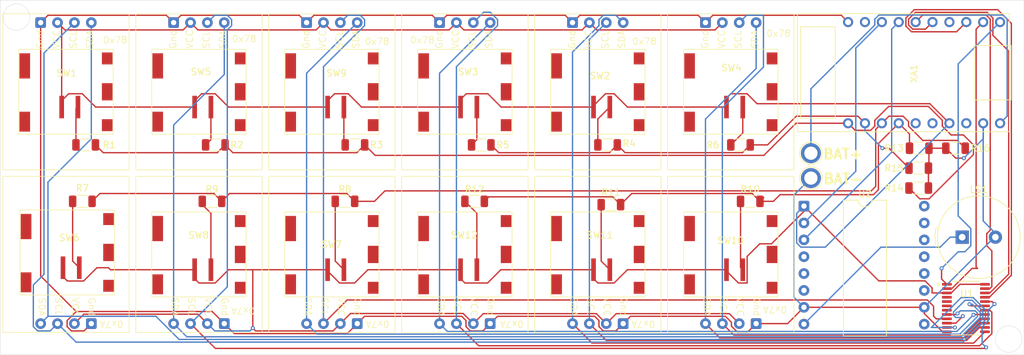
<source format=kicad_pcb>
(kicad_pcb (version 20241229) (generator "pcbnew") (generator_version "9.0")
  (layers (0 "F.Cu" signal) (2 "B.Cu" signal) (13 "F.Paste" user) (15 "B.Paste" user) (5 "F.SilkS" user "F.Silkscreen") (7 "B.SilkS" user "B.Silkscreen") (1 "F.Mask" user) (3 "B.Mask" user) (25 "Edge.Cuts" user))
  (net 0 "")
  (net 1 "Net-(D1-SDA)")
  (net 2 "Net-(D1-SCL)")
  (net 3 "Net-(D11-SCL)")
  (net 4 "Net-(D11-SDA)")
  (net 5 "Net-(D10-SDA)")
  (net 6 "Net-(D10-SCL)")
  (net 7 "Net-(D4-SCL)")
  (net 8 "Net-(D4-SDA)")
  (net 9 "Net-(D5-SCL)")
  (net 10 "Net-(D5-SDA)")
  (net 11 "Net-(D6-SDA)")
  (net 12 "Net-(D6-SCL)")
  (net 13 "Net-(U2-SPK_2)")
  (net 14 "Net-(XA1-25)")
  (net 15 "Net-(R1-Pad1)")
  (net 16 "Net-(R2-Pad1)")
  (net 17 "Net-(R3-Pad1)")
  (net 18 "Net-(R4-Pad1)")
  (net 19 "Net-(XA1-26)")
  (net 20 "Net-(R5-Pad1)")
  (net 21 "Net-(R6-Pad1)")
  (net 22 "Net-(R7-Pad1)")
  (net 23 "Net-(XA1-27)")
  (net 24 "Net-(R8-Pad1)")
  (net 25 "Net-(R9-Pad1)")
  (net 26 "Net-(XA1-15)")
  (net 27 "Net-(R10-Pad1)")
  (net 28 "Net-(R11-Pad1)")
  (net 29 "Net-(R12-Pad1)")
  (net 30 "+3V3")
  (net 31 "Net-(U1-SCL)")
  (net 32 "Net-(U1-A1)")
  (net 34 "Net-(U1-A0)")
  (net 36 "Net-(U1-SDA)")
  (net 37 "Net-(U1-A2)")
  (net 42 "Net-(U2-TX)")
  (net 48 "Net-(U2-RX)")
  (net 57 "-BATT")
  (net 58 "+BATT")
  (footprint "Package_DIP:Display_0.66in_0x78" (layer "F.Cu") (at 175.39 87.08)
    (property "Reference" "D8" (hide yes))
    (property "Value" "~")
  )
  (footprint "Button_Switch_SMD:Cherry ULP SMD" (layer "F.Cu") (at 159.2 122)
    (property "Reference" "SW12")
    (property "Value" "SW_Push")
  )
  (footprint "Resistor_SMD:R_1206_3216Metric" (layer "F.Cu") (at 202.125 114)
    (property "Reference" "R10")
    (property "Value" "1000 ohm")
  )
  (footprint "Resistor_SMD:R_1206_3216Metric" (layer "F.Cu") (at 180.6625 105.5)
    (property "Reference" "R4")
    (property "Value" "1000 ohm")
  )
  (footprint "TestPoint:TestPoint_Plated_Hole_D2.0mm" (layer "F.Cu") (at 211.25 110.5)
    (property "Reference" "REF**" (hide yes))
    (property "Value" "TestPoint_Plated_Hole_D2.0mm")
  )
  (footprint "Button_Switch_SMD:Cherry ULP SMD" (layer "F.Cu") (at 159.2 97.5)
    (property "Reference" "SW3")
    (property "Value" "SW_Push")
  )
  (footprint "Button_Switch_SMD:Cherry ULP SMD" (layer "F.Cu") (at 99.2 97.5)
    (property "Reference" "SW1")
    (property "Value" "SW_Push")
  )
  (footprint "Button_Switch_SMD:Cherry ULP SMD" (layer "F.Cu") (at 139.2 97.5)
    (property "Reference" "SW9")
    (property "Value" "SW_Push")
  )
  (footprint "Package_DIP:DIP-16_W18.1mm" (layer "F.Cu") (at 210.2 114.72)
    (property "Reference" "U2")
    (property "Value" "DFPLAYER_MINI")
  )
  (footprint "Package_SO:TSSOP-24_4.4x7.8mm_P0.65mm" (layer "F.Cu") (at 234.5625 130.075)
    (property "Reference" "U1")
    (property "Value" "TCA9548APWR")
  )
  (footprint "Resistor_SMD:R_1206_3216Metric" (layer "F.Cu") (at 200.6625 105.5)
    (property "Reference" "R6")
    (property "Value" "10000 ohm")
  )
  (footprint "Resistor_SMD:R_1206_3216Metric" (layer "F.Cu") (at 141.1625 114)
    (property "Reference" "R8")
    (property "Value" "4700 ohm")
  )
  (footprint "Button_Switch_SMD:Cherry ULP SMD" (layer "F.Cu") (at 179.2 97.5)
    (property "Reference" "SW2")
    (property "Value" "SW_Push")
  )
  (footprint "Resistor_SMD:R_1206_3216Metric" (layer "F.Cu") (at 160.6625 114)
    (property "Reference" "R12")
    (property "Value" "10000 ohm")
  )
  (footprint "Package_DIP:Display_0.66in_0x7A" (layer "F.Cu") (at 203.01 132.42 180)
    (property "Reference" "D7" (hide yes))
    (property "Value" "~")
  )
  (footprint "Resistor_SMD:R_1206_3216Metric" (layer "F.Cu") (at 227.4625 109 180)
    (property "Reference" "R15")
    (property "Value" "10000 ohm")
  )
  (footprint "TestPoint:TestPoint_Plated_Hole_D2.0mm" (layer "F.Cu") (at 211.25 106.75)
    (property "Reference" "REF**" (hide yes))
    (property "Value" "TestPoint_Plated_Hole_D2.0mm")
  )
  (footprint "Resistor_SMD:R_1206_3216Metric" (layer "F.Cu") (at 121.1625 114)
    (property "Reference" "R9")
    (property "Value" "10000 ohm")
  )
  (footprint "Package_DIP:Display_0.66in_0x78" (layer "F.Cu") (at 155.39 87.08)
    (property "Reference" "D4" (hide yes))
    (property "Value" "~")
  )
  (footprint "Resistor_SMD:R_1206_3216Metric" (layer "F.Cu") (at 142.6625 105.5)
    (property "Reference" "R3")
    (property "Value" "10000 ohm")
  )
  (footprint "Resistor_SMD:R_1206_3216Metric" (layer "F.Cu") (at 227.5375 106 180)
    (property "Reference" "R13")
    (property "Value" "10000 ohm")
  )
  (footprint "Button_Switch_SMD:Cherry ULP SMD" (layer "F.Cu") (at 119.2 122)
    (property "Reference" "SW8")
    (property "Value" "SW_Push")
  )
  (footprint "Button_Switch_SMD:Cherry ULP SMD" (layer "F.Cu") (at 119.2 97.5)
    (property "Reference" "SW5")
    (property "Value" "SW_Push")
  )
  (footprint "Package_DIP:Display_0.66in_0x78" (layer "F.Cu") (at 115.39 87.08)
    (property "Reference" "D2" (hide yes))
    (property "Value" "~")
  )
  (footprint "Button_Switch_SMD:Cherry ULP SMD" (layer "F.Cu") (at 199.2 122)
    (property "Reference" "SW10")
    (property "Value" "SW_Push")
  )
  (footprint "Package_DIP:Display_0.66in_0x7A" (layer "F.Cu") (at 103.01 132.42 180)
    (property "Reference" "D3" (hide yes))
    (property "Value" "~")
  )
  (footprint "Package_DIP:Display_0.66in_0x78" (layer "F.Cu") (at 135.39 87.08)
    (property "Reference" "D12" (hide yes))
    (property "Value" "~")
  )
  (footprint "Resistor_SMD:R_1206_3216Metric" (layer "F.Cu") (at 102.1625 105.5)
    (property "Reference" "R1")
    (property "Value" "1000 ohm")
  )
  (footprint "Package_DIP:Display_0.66in_0x78" (layer "F.Cu") (at 195.39 87.08)
    (property "Reference" "D6" (hide yes))
    (property "Value" "~")
  )
  (footprint "Package_DIP:Display_0.66in_0x7A" (layer "F.Cu") (at 183.01 132.42 180)
    (property "Reference" "D5" (hide yes))
    (property "Value" "~")
  )
  (footprint "Resistor_SMD:R_1206_3216Metric" (layer "F.Cu") (at 101.6625 114)
    (property "Reference" "R7")
    (property "Value" "1000 ohm")
  )
  (footprint "Button_Switch_SMD:Cherry ULP SMD" (layer "F.Cu") (at 99.4 121.7)
    (property "Reference" "SW6")
    (property "Value" "SW_Push")
  )
  (footprint "RF_Module:TINYPICO" (layer "F.Cu") (at 239.954 102.494 90)
    (property "Reference" "XA1")
    (property "Value" "TINYPICO")
  )
  (footprint "Resistor_SMD:R_1206_3216Metric" (layer "F.Cu") (at 161.6625 105.5)
    (property "Reference" "R5")
    (property "Value" "4700 ohm")
  )
  (footprint "Button_Switch_SMD:Cherry ULP SMD" (layer "F.Cu") (at 139.2 122)
    (property "Reference" "SW7")
    (property "Value" "SW_Push")
  )
  (footprint "Button_Switch_SMD:Cherry ULP SMD" (layer "F.Cu") (at 179.2 122)
    (property "Reference" "SW11")
    (property "Value" "SW_Push")
  )
  (footprint "Package_DIP:Display_0.66in_0x7A" (layer "F.Cu") (at 163.01 132.42 180)
    (property "Reference" "D9" (hide yes))
    (property "Value" "~")
  )
  (footprint "Buzzer_Beeper:Buzzer_TDK_PS1240P02BT_D12.2mm_H6.5mm" (layer "F.Cu") (at 234 119.4)
    (property "Reference" "LS1")
    (property "Value" "Speaker")
  )
  (footprint "Button_Switch_SMD:Cherry ULP SMD" (layer "F.Cu") (at 199.2 97.5)
    (property "Reference" "SW4")
    (property "Value" "SW_Push")
  )
  (footprint "Package_DIP:Display_0.66in_0x7A" (layer "F.Cu") (at 123.01 132.42 180)
    (property "Reference" "D11" (hide yes))
    (property "Value" "~")
  )
  (footprint "Resistor_SMD:R_1206_3216Metric" (layer "F.Cu") (at 233 106 180)
    (property "Reference" "R16")
    (property "Value" "10000 ohm")
  )
  (footprint "Package_DIP:Display_0.66in_0x78" (layer "F.Cu") (at 95.39 87.08)
    (property "Reference" "D10" (hide yes))
    (property "Value" "~")
  )
  (footprint "Resistor_SMD:R_1206_3216Metric" (layer "F.Cu") (at 121.6625 105.5)
    (property "Reference" "R2")
    (property "Value" "4700 ohm")
  )
  (footprint "Package_DIP:Display_0.66in_0x7A" (layer "F.Cu") (at 143.01 132.42 180)
    (property "Reference" "D1" (hide yes))
    (property "Value" "~")
  )
  (footprint "Resistor_SMD:R_1206_3216Metric" (layer "F.Cu") (at 181.1625 114.5)
    (property "Reference" "R11")
    (property "Value" "4700 ohm")
  )
  (footprint "Resistor_SMD:R_1206_3216Metric" (layer "F.Cu") (at 227.4625 112 180)
    (property "Reference" "R14")
    (property "Value" "10000 ohm")
  )
  (gr_circle (center 91.75 86.25) (end 93.75 86.25) (stroke (width 0.05)) (fill no) (layer "Edge.Cuts"))
  (gr_rect (start 89.3 83.7) (end 243.3 137.1) (stroke (width 0.05)) (fill no) (layer "Edge.Cuts"))
  (gr_circle (center 241 134.75) (end 243 134.75) (stroke (width 0.05)) (fill no) (layer "Edge.Cuts"))
  (gr_text "BAT-\n" (at 213 111.5 0) (layer "F.SilkS") (effects (font (size 1.5 1.5) (thickness 0.3) (bold yes)) (justify left bottom)))
  (gr_text "BAT+" (at 212.95 107.75 0) (layer "F.SilkS") (effects (font (size 1.5 1.5) (thickness 0.3) (bold yes)) (justify left bottom)))
  (segment (start 231.7 131.05) (end 233.15 131.05) (width 0.2) (layer "F.Cu") (net 1))
  (segment (start 233.15 131.05) (end 233.3 130.9) (width 0.2) (layer "F.Cu") (net 1))
  (via (at 233.3 130.9) (size 0.6) (drill 0.3) (layers "F.Cu" "B.Cu") (net 1))
  (segment (start 233.701 130.499) (end 235.948943 130.499) (width 0.2) (layer "B.Cu") (net 1))
  (segment (start 135.39 94.7) (end 143.01 87.08) (width 0.2) (layer "B.Cu") (net 1))
  (segment (start 136.972 134.002) (end 135.39 132.42) (width 0.2) (layer "B.Cu") (net 1))
  (segment (start 233.3 130.9) (end 233.701 130.499) (width 0.2) (layer "B.Cu") (net 1))
  (segment (start 236.301 130.851057) (end 236.301 131.348943) (width 0.2) (layer "B.Cu") (net 1))
  (segment (start 233.647943 134.002) (end 136.972 134.002) (width 0.2) (layer "B.Cu") (net 1))
  (segment (start 235.948943 130.499) (end 236.301 130.851057) (width 0.2) (layer "B.Cu") (net 1))
  (segment (start 135.39 132.42) (end 135.39 94.7) (width 0.2) (layer "B.Cu") (net 1))
  (segment (start 236.301 131.348943) (end 233.647943 134.002) (width 0.2) (layer "B.Cu") (net 1))
  (segment (start 141.491 128.859) (end 137.93 132.42) (width 0.2) (layer "F.Cu") (net 2))
  (segment (start 229.7 129.80295) (end 228.75605 128.859) (width 0.2) (layer "F.Cu") (net 2))
  (segment (start 230.1 131.7) (end 229.7 131.3) (width 0.2) (layer "F.Cu") (net 2))
  (segment (start 228.75605 128.859) (end 141.491 128.859) (width 0.2) (layer "F.Cu") (net 2))
  (segment (start 229.7 131.3) (end 229.7 129.80295) (width 0.2) (layer "F.Cu") (net 2))
  (segment (start 231.7 131.7) (end 230.1 131.7) (width 0.2) (layer "F.Cu") (net 2))
  (segment (start 144.111 87.53605) (end 144.111 86.62395) (width 0.2) (layer "B.Cu") (net 2))
  (segment (start 137.93 132.42) (end 137.93 93.71705) (width 0.2) (layer "B.Cu") (net 2))
  (segment (start 137.93 93.71705) (end 144.111 87.53605) (width 0.2) (layer "B.Cu") (net 2))
  (segment (start 141.571 85.979) (end 140.47 87.08) (width 0.2) (layer "B.Cu") (net 2))
  (segment (start 143.46605 85.979) (end 141.571 85.979) (width 0.2) (layer "B.Cu") (net 2))
  (segment (start 144.111 86.62395) (end 143.46605 85.979) (width 0.2) (layer "B.Cu") (net 2))
  (segment (start 237.444 136.156) (end 121.666 136.156) (width 0.2) (layer "F.Cu") (net 3))
  (segment (start 237.6 136) (end 237.444 136.156) (width 0.2) (layer "F.Cu") (net 3))
  (segment (start 121.666 136.156) (end 117.93 132.42) (width 0.2) (layer "F.Cu") (net 3))
  (segment (start 238.5 129.1) (end 237.425 129.1) (width 0.2) (layer "F.Cu") (net 3))
  (segment (start 238.8645 129.4645) (end 238.5 129.1) (width 0.2) (layer "F.Cu") (net 3))
  (via (at 237.6 136) (size 0.6) (drill 0.3) (layers "F.Cu" "B.Cu") (net 3))
  (via (at 238.8645 129.4645) (size 0.6) (drill 0.3) (layers "F.Cu" "B.Cu") (net 3))
  (segment (start 123.46605 85.979) (end 121.571 85.979) (width 0.2) (layer "B.Cu") (net 3))
  (segment (start 117.93 132.42) (end 123.46605 126.88395) (width 0.2) (layer "B.Cu") (net 3))
  (segment (start 237 132.918343) (end 237.905 132.013343) (width 0.2) (layer "B.Cu") (net 3))
  (segment (start 237.6 136) (end 237 135.4) (width 0.2) (layer "B.Cu") (net 3))
  (segment (start 123.46605 88.181) (end 124.111 87.53605) (width 0.2) (layer "B.Cu") (net 3))
  (segment (start 124.111 87.53605) (end 124.111 86.62395) (width 0.2) (layer "B.Cu") (net 3))
  (segment (start 237.905 130.424) (end 238.8645 129.4645) (width 0.2) (layer "B.Cu") (net 3))
  (segment (start 124.111 86.62395) (end 123.46605 85.979) (width 0.2) (layer "B.Cu") (net 3))
  (segment (start 237.905 132.013343) (end 237.905 130.424) (width 0.2) (layer "B.Cu") (net 3))
  (segment (start 123.46605 126.88395) (end 123.46605 88.181) (width 0.2) (layer "B.Cu") (net 3))
  (segment (start 121.571 85.979) (end 120.47 87.08) (width 0.2) (layer "B.Cu") (net 3))
  (segment (start 237 135.4) (end 237 132.918343) (width 0.2) (layer "B.Cu") (net 3))
  (segment (start 235.35 129.75) (end 235.1 129.5) (width 0.2) (layer "F.Cu") (net 4))
  (segment (start 237.425 129.75) (end 235.35 129.75) (width 0.2) (layer "F.Cu") (net 4))
  (via (at 235.1 129.5) (size 0.6) (drill 0.3) (layers "F.Cu" "B.Cu") (net 4))
  (segment (start 235.517043 129.5) (end 236.702 130.684957) (width 0.2) (layer "B.Cu") (net 4))
  (segment (start 117.373 134.403) (end 115.39 132.42) (width 0.2) (layer "B.Cu") (net 4))
  (segment (start 235.1 129.5) (end 235.517043 129.5) (width 0.2) (layer "B.Cu") (net 4))
  (segment (start 233.814043 134.403) (end 117.373 134.403) (width 0.2) (layer "B.Cu") (net 4))
  (segment (start 236.702 130.684957) (end 236.702 131.515043) (width 0.2) (layer "B.Cu") (net 4))
  (segment (start 236.702 131.515043) (end 233.814043 134.403) (width 0.2) (layer "B.Cu") (net 4))
  (segment (start 123.01 94.885083) (end 123.01 87.08) (width 0.2) (layer "B.Cu") (net 4))
  (segment (start 115.39 132.42) (end 115.39 102.505083) (width 0.2) (layer "B.Cu") (net 4))
  (segment (start 115.39 102.505083) (end 123.01 94.885083) (width 0.2) (layer "B.Cu") (net 4))
  (segment (start 233.05 132.35) (end 234.1 131.3) (width 0.2) (layer "F.Cu") (net 5))
  (segment (start 231.7 132.35) (end 233.05 132.35) (width 0.2) (layer "F.Cu") (net 5))
  (via (at 234.1 131.3) (size 0.6) (drill 0.3) (layers "F.Cu" "B.Cu") (net 5))
  (segment (start 116.21695 134.804) (end 112.73195 131.319) (width 0.2) (layer "B.Cu") (net 5))
  (segment (start 232.699 130.651057) (end 234.451057 128.899) (width 0.2) (layer "B.Cu") (net 5))
  (segment (start 234.451057 128.899) (end 235.483143 128.899) (width 0.2) (layer "B.Cu") (net 5))
  (segment (start 237.103 130.518857) (end 237.103 131.681143) (width 0.2) (layer "B.Cu") (net 5))
  (segment (start 233.051057 131.501) (end 232.699 131.148943) (width 0.2) (layer "B.Cu") (net 5))
  (segment (start 96.491 111.1) (end 103.01 104.581) (width 0.2) (layer "B.Cu") (net 5))
  (segment (start 235.483143 128.899) (end 237.103 130.518857) (width 0.2) (layer "B.Cu") (net 5))
  (segment (start 237.103 131.681143) (end 233.980143 134.804) (width 0.2) (layer "B.Cu") (net 5))
  (segment (start 233.980143 134.804) (end 116.21695 134.804) (width 0.2) (layer "B.Cu") (net 5))
  (segment (start 234.1 131.3) (end 233.899 131.501) (width 0.2) (layer "B.Cu") (net 5))
  (segment (start 103.01 104.581) (end 103.01 87.08) (width 0.2) (layer "B.Cu") (net 5))
  (segment (start 95.39 132.42) (end 96.491 131.319) (width 0.2) (layer "B.Cu") (net 5))
  (segment (start 112.73195 131.319) (end 96.491 131.319) (width 0.2) (layer "B.Cu") (net 5))
  (segment (start 232.699 131.148943) (end 232.699 130.651057) (width 0.2) (layer "B.Cu") (net 5))
  (segment (start 233.899 131.501) (end 233.051057 131.501) (width 0.2) (layer "B.Cu") (net 5))
  (segment (start 96.491 131.319) (end 96.491 111.1) (width 0.2) (layer "B.Cu") (net 5))
  (segment (start 231.7 133) (end 232.9 133) (width 0.2) (layer "F.Cu") (net 6))
  (via (at 232.9 133) (size 0.6) (drill 0.3) (layers "F.Cu" "B.Cu") (net 6))
  (segment (start 97.93 132.42) (end 96.829 133.521) (width 0.2) (layer "B.Cu") (net 6))
  (segment (start 94.93395 133.521) (end 94.289 132.87605) (width 0.2) (layer "B.Cu") (net 6))
  (segment (start 237.504 131.847243) (end 234.146243 135.205) (width 0.2) (layer "B.Cu") (net 6))
  (segment (start 95.89 91.66) (end 100.47 87.08) (width 0.2) (layer "B.Cu") (net 6))
  (segment (start 94.289 126.601) (end 95.89 125) (width 0.2) (layer "B.Cu") (net 6))
  (segment (start 232.9 133) (end 229.35705 133) (width 0.2) (layer "B.Cu") (net 6))
  (segment (start 95.89 125) (end 95.89 91.66) (width 0.2) (layer "B.Cu") (net 6))
  (segment (start 100.715 135.205) (end 97.93 132.42) (width 0.2) (layer "B.Cu") (net 6))
  (segment (start 96.829 133.521) (end 94.93395 133.521) (width 0.2) (layer "B.Cu") (net 6))
  (segment (start 233.85905 128.498) (end 235.649243 128.498) (width 0.2) (layer "B.Cu") (net 6))
  (segment (start 234.146243 135.205) (end 100.715 135.205) (width 0.2) (layer "B.Cu") (net 6))
  (segment (start 229.35705 133) (end 233.85905 128.498) (width 0.2) (layer "B.Cu") (net 6))
  (segment (start 94.289 132.87605) (end 94.289 126.601) (width 0.2) (layer "B.Cu") (net 6))
  (segment (start 235.649243 128.498) (end 237.504 130.352757) (width 0.2) (layer "B.Cu") (net 6))
  (segment (start 237.504 130.352757) (end 237.504 131.847243) (width 0.2) (layer "B.Cu") (net 6))
  (segment (start 236.62737 135.755) (end 238.4635 133.91887) (width 0.2) (layer "F.Cu") (net 7))
  (segment (start 238.4635 133.91887) (end 238.4635 130.701001) (width 0.2) (layer "F.Cu") (net 7))
  (segment (start 238.4635 130.701001) (end 238.162499 130.4) (width 0.2) (layer "F.Cu") (net 7))
  (segment (start 157.93 132.42) (end 161.265 135.755) (width 0.2) (layer "F.Cu") (net 7))
  (segment (start 238.162499 130.4) (end 237.425 130.4) (width 0.2) (layer "F.Cu") (net 7))
  (segment (start 161.265 135.755) (end 236.62737 135.755) (width 0.2) (layer "F.Cu") (net 7))
  (segment (start 157.93 93.71705) (end 164.111 87.53605) (width 0.2) (layer "B.Cu") (net 7))
  (segment (start 157.93 132.42) (end 157.93 93.71705) (width 0.2) (layer "B.Cu") (net 7))
  (segment (start 162.03705 85.51295) (end 160.47 87.08) (width 0.2) (layer "B.Cu") (net 7))
  (segment (start 163 85.51295) (end 162.03705 85.51295) (width 0.2) (layer "B.Cu") (net 7))
  (segment (start 164.111 86.62395) (end 163 85.51295) (width 0.2) (layer "B.Cu") (net 7))
  (segment (start 164.111 87.53605) (end 164.111 86.62395) (width 0.2) (layer "B.Cu") (net 7))
  (segment (start 237.425 131.05) (end 235.75 131.05) (width 0.2) (layer "F.Cu") (net 8))
  (segment (start 235.75 131.05) (end 235.7 131.1) (width 0.2) (layer "F.Cu") (net 8))
  (via (at 235.7 131.1) (size 0.6) (drill 0.3) (layers "F.Cu" "B.Cu") (net 8))
  (segment (start 235.7 131.1) (end 233.199 133.601) (width 0.2) (layer "B.Cu") (net 8))
  (segment (start 155.39 94.7) (end 163.01 87.08) (width 0.2) (layer "B.Cu") (net 8))
  (segment (start 233.199 133.601) (end 156.571 133.601) (width 0.2) (layer "B.Cu") (net 8))
  (segment (start 156.571 133.601) (end 155.39 132.42) (width 0.2) (layer "B.Cu") (net 8))
  (segment (start 155.39 132.42) (end 155.39 94.7) (width 0.2) (layer "B.Cu") (net 8))
  (segment (start 234.651601 134.953) (end 236.604601 133) (width 0.2) (layer "F.Cu") (net 9))
  (segment (start 236.604601 133) (end 237.425 133) (width 0.2) (layer "F.Cu") (net 9))
  (segment (start 180.463 134.953) (end 234.651601 134.953) (width 0.2) (layer "F.Cu") (net 9))
  (segment (start 177.93 132.42) (end 180.463 134.953) (width 0.2) (layer "F.Cu") (net 9))
  (segment (start 177.93 89.62) (end 180.47 87.08) (width 0.2) (layer "B.Cu") (net 9))
  (segment (start 177.93 132.42) (end 177.93 89.62) (width 0.2) (layer "B.Cu") (net 9))
  (segment (start 178.324 135.354) (end 235.721 135.354) (width 0.2) (layer "F.Cu") (net 10))
  (segment (start 235.721 135.354) (end 237.425 133.65) (width 0.2) (layer "F.Cu") (net 10))
  (segment (start 175.39 132.42) (end 178.324 135.354) (width 0.2) (layer "F.Cu") (net 10))
  (segment (start 175.39 132.42) (end 175.39 91.51505) (width 0.2) (layer "B.Cu") (net 10))
  (segment (start 179.369 87.53605) (end 179.369 86.62395) (width 0.2) (layer "B.Cu") (net 10))
  (segment (start 181.909 85.979) (end 183.01 87.08) (width 0.2) (layer "B.Cu") (net 10))
  (segment (start 175.39 91.51505) (end 179.369 87.53605) (width 0.2) (layer "B.Cu") (net 10))
  (segment (start 179.369 86.62395) (end 180.01395 85.979) (width 0.2) (layer "B.Cu") (net 10))
  (segment (start 180.01395 85.979) (end 181.909 85.979) (width 0.2) (layer "B.Cu") (net 10))
  (segment (start 234.485501 134.552) (end 236.687501 132.35) (width 0.2) (layer "F.Cu") (net 11))
  (segment (start 195.39 132.42) (end 197.522 134.552) (width 0.2) (layer "F.Cu") (net 11))
  (segment (start 197.522 134.552) (end 234.485501 134.552) (width 0.2) (layer "F.Cu") (net 11))
  (segment (start 236.687501 132.35) (end 237.425 132.35) (width 0.2) (layer "F.Cu") (net 11))
  (segment (start 195.39 132.42) (end 195.39 101.61) (width 0.2) (layer "B.Cu") (net 11))
  (segment (start 195.39 101.61) (end 203.01 93.99) (width 0.2) (layer "B.Cu") (net 11))
  (segment (start 203.01 93.99) (end 203.01 87.08) (width 0.2) (layer "B.Cu") (net 11))
  (segment (start 234.31663 134.151) (end 236.76763 131.7) (width 0.2) (layer "F.Cu") (net 12))
  (segment (start 199.661 134.151) (end 234.31663 134.151) (width 0.2) (layer "F.Cu") (net 12))
  (segment (start 236.76763 131.7) (end 237.425 131.7) (width 0.2) (layer "F.Cu") (net 12))
  (segment (start 197.93 132.42) (end 199.661 134.151) (width 0.2) (layer "F.Cu") (net 12))
  (segment (start 197.93 99.965083) (end 204.111 93.784083) (width 0.2) (layer "B.Cu") (net 12))
  (segment (start 203.979 85.979) (end 201.571 85.979) (width 0.2) (layer "B.Cu") (net 12))
  (segment (start 197.93 132.42) (end 197.93 99.965083) (width 0.2) (layer "B.Cu") (net 12))
  (segment (start 201.571 85.979) (end 200.47 87.08) (width 0.2) (layer "B.Cu") (net 12))
  (segment (start 204.111 86.111) (end 203.979 85.979) (width 0.2) (layer "B.Cu") (net 12))
  (segment (start 204.111 93.784083) (end 204.111 86.111) (width 0.2) (layer "B.Cu") (net 12))
  (segment (start 230.699 120.901) (end 232.2 119.4) (width 0.2) (layer "B.Cu") (net 13))
  (segment (start 232.2 119.4) (end 233 119.4) (width 0.2) (layer "B.Cu") (net 13))
  (segment (start 210.2 132.5) (end 221.799 120.901) (width 0.2) (layer "B.Cu") (net 13))
  (segment (start 221.799 120.901) (end 230.699 120.901) (width 0.2) (layer "B.Cu") (net 13))
  (segment (start 220.857 102.68031) (end 220.857 101.79969) (width 0.2) (layer "F.Cu") (net 14))
  (segment (start 124.301 106.676) (end 142.949 106.676) (width 0.2) (layer "F.Cu") (net 14))
  (segment (start 220.23431 103.303) (end 220.857 102.68031) (width 0.2) (layer "F.Cu") (net 14))
  (segment (start 235.696 106.95266) (end 229.02966 113.619) (width 0.2) (layer "F.Cu") (net 14))
  (segment (start 145.702 107.077) (end 204.173 107.077) (width 0.2) (layer "F.Cu") (net 14))
  (segment (start 229.02966 113.619) (end 227.619 113.619) (width 0.2) (layer "F.Cu") (net 14))
  (segment (start 104.801 106.676) (end 121.949 106.676) (width 0.2) (layer "F.Cu") (net 14))
  (segment (start 209.01 102.24) (end 216.84 102.24) (width 0.2) (layer "F.Cu") (net 14))
  (segment (start 231.017 101.79969) (end 231.017 102.68031) (width 0.2) (layer "F.Cu") (net 14))
  (segment (start 222.95569 99.701) (end 228.91831 99.701) (width 0.2) (layer "F.Cu") (net 14))
  (segment (start 232.33669 104) (end 234.18616 104) (width 0.2) (layer "F.Cu") (net 14))
  (segment (start 144.125 105.5) (end 145.702 107.077) (width 0.2) (layer "F.Cu") (net 14))
  (segment (start 121.949 106.676) (end 123.125 105.5) (width 0.2) (layer "F.Cu") (net 14))
  (segment (start 103.625 105.5) (end 104.801 106.676) (width 0.2) (layer "F.Cu") (net 14))
  (segment (start 123.125 105.5) (end 124.301 106.676) (width 0.2) (layer "F.Cu") (net 14))
  (segment (start 204.173 107.077) (end 209.01 102.24) (width 0.2) (layer "F.Cu") (net 14))
  (segment (start 217.903 103.303) (end 220.23431 103.303) (width 0.2) (layer "F.Cu") (net 14))
  (segment (start 227.619 113.619) (end 226 112) (width 0.2) (layer "F.Cu") (net 14))
  (segment (start 142.949 106.676) (end 144.125 105.5) (width 0.2) (layer "F.Cu") (net 14))
  (segment (start 235.696 105.50984) (end 235.696 106.95266) (width 0.2) (layer "F.Cu") (net 14))
  (segment (start 220.857 101.79969) (end 222.95569 99.701) (width 0.2) (layer "F.Cu") (net 14))
  (segment (start 231.017 102.68031) (end 232.33669 104) (width 0.2) (layer "F.Cu") (net 14))
  (segment (start 234.18616 104) (end 235.696 105.50984) (width 0.2) (layer "F.Cu") (net 14))
  (segment (start 216.84 102.24) (end 217.903 103.303) (width 0.2) (layer "F.Cu") (net 14))
  (segment (start 228.91831 99.701) (end 231.017 101.79969) (width 0.2) (layer "F.Cu") (net 14))
  (segment (start 100.7 105.5) (end 100.7 100.1) (width 0.2) (layer "F.Cu") (net 15))
  (segment (start 100.7 100.1) (end 101 99.8) (width 0.2) (layer "F.Cu") (net 15))
  (segment (start 121 104.7) (end 120.2 105.5) (width 0.2) (layer "F.Cu") (net 16))
  (segment (start 121 99.8) (end 121 104.7) (width 0.2) (layer "F.Cu") (net 16))
  (segment (start 141 105.3) (end 141.2 105.5) (width 0.2) (layer "F.Cu") (net 17))
  (segment (start 141 99.8) (end 141 105.3) (width 0.2) (layer "F.Cu") (net 17))
  (segment (start 179.2 105.5) (end 179.2 101.6) (width 0.2) (layer "F.Cu") (net 18))
  (segment (start 179.2 101.6) (end 181 99.8) (width 0.2) (layer "F.Cu") (net 18))
  (segment (start 200.949 106.676) (end 202.125 105.5) (width 0.2) (layer "F.Cu") (net 19))
  (segment (start 209.05 101.177) (end 218.317 101.177) (width 0.2) (layer "F.Cu") (net 19))
  (segment (start 223 106) (end 222 106) (width 0.2) (layer "F.Cu") (net 19))
  (segment (start 164.301 106.676) (end 180.949 106.676) (width 0.2) (layer "F.Cu") (net 19))
  (segment (start 226 109) (end 223 106) (width 0.2) (layer "F.Cu") (net 19))
  (segment (start 218.317 101.177) (end 219.38 102.24) (width 0.2) (layer "F.Cu") (net 19))
  (segment (start 204.727 105.5) (end 209.05 101.177) (width 0.2) (layer "F.Cu") (net 19))
  (segment (start 202.125 105.5) (end 204.727 105.5) (width 0.2) (layer "F.Cu") (net 19))
  (segment (start 163.125 105.5) (end 164.301 106.676) (width 0.2) (layer "F.Cu") (net 19))
  (segment (start 183.301 106.676) (end 200.949 106.676) (width 0.2) (layer "F.Cu") (net 19))
  (segment (start 182.125 105.5) (end 183.301 106.676) (width 0.2) (layer "F.Cu") (net 19))
  (segment (start 180.949 106.676) (end 182.125 105.5) (width 0.2) (layer "F.Cu") (net 19))
  (via (at 222 106) (size 0.6) (drill 0.3) (layers "F.Cu" "B.Cu") (net 19))
  (segment (start 219.38 103.38) (end 222 106) (width 0.2) (layer "B.Cu") (net 19))
  (segment (start 219.38 102.24) (end 219.38 103.38) (width 0.2) (layer "B.Cu") (net 19))
  (segment (start 161 104.7) (end 160.2 105.5) (width 0.2) (layer "F.Cu") (net 20))
  (segment (start 161 99.8) (end 161 104.7) (width 0.2) (layer "F.Cu") (net 20))
  (segment (start 201 99.8) (end 201 103.7) (width 0.2) (layer "F.Cu") (net 21))
  (segment (start 201 103.7) (end 199.2 105.5) (width 0.2) (layer "F.Cu") (net 21))
  (segment (start 100.2 114) (end 100.2 123) (width 0.2) (layer "F.Cu") (net 22))
  (segment (start 100.2 123) (end 101.2 124) (width 0.2) (layer "F.Cu") (net 22))
  (segment (start 121.449 112.824) (end 122.625 114) (width 0.2) (layer "F.Cu") (net 23))
  (segment (start 147.177 112.423) (end 220.327 112.423) (width 0.2) (layer "F.Cu") (net 23))
  (segment (start 145.6 114) (end 147.177 112.423) (width 0.2) (layer "F.Cu") (net 23))
  (segment (start 103.125 114) (end 104.301 112.824) (width 0.2) (layer "F.Cu") (net 23))
  (segment (start 220.327 112.423) (end 220.998 111.752) (width 0.2) (layer "F.Cu") (net 23))
  (segment (start 225.937 102.68031) (end 228.08069 104.824) (width 0.2) (layer "F.Cu") (net 23))
  (segment (start 221.92 102.24) (end 222.983 101.177) (width 0.2) (layer "F.Cu") (net 23))
  (segment (start 225.114 101.177) (end 225.937 102) (width 0.2) (layer "F.Cu") (net 23))
  (segment (start 233.2865 104.824) (end 234.4625 106) (width 0.2) (layer "F.Cu") (net 23))
  (segment (start 220.998 111.752) (end 220.998 103.162) (width 0.2) (layer "F.Cu") (net 23))
  (segment (start 122.625 114) (end 123.2 113.425) (width 0.2) (layer "F.Cu") (net 23))
  (segment (start 122.625 114) (end 123.801 112.824) (width 0.2) (layer "F.Cu") (net 23))
  (segment (start 104.301 112.824) (end 121.449 112.824) (width 0.2) (layer "F.Cu") (net 23))
  (segment (start 142.625 114) (end 145.6 114) (width 0.2) (layer "F.Cu") (net 23))
  (segment (start 225.937 102) (end 225.937 102.68031) (width 0.2) (layer "F.Cu") (net 23))
  (segment (start 220.998 103.162) (end 221.92 102.24) (width 0.2) (layer "F.Cu") (net 23))
  (segment (start 123.801 112.824) (end 141.449 112.824) (width 0.2) (layer "F.Cu") (net 23))
  (segment (start 228.08069 104.824) (end 233.2865 104.824) (width 0.2) (layer "F.Cu") (net 23))
  (segment (start 222.983 101.177) (end 225.114 101.177) (width 0.2) (layer "F.Cu") (net 23))
  (segment (start 141.449 112.824) (end 142.625 114) (width 0.2) (layer "F.Cu") (net 23))
  (segment (start 139.7 114) (end 139.7 123) (width 0.2) (layer "F.Cu") (net 24))
  (segment (start 139.7 123) (end 141 124.3) (width 0.2) (layer "F.Cu") (net 24))
  (segment (start 119.7 114) (end 119.7 114.5) (width 0.2) (layer "F.Cu") (net 25))
  (segment (start 121 115.8) (end 121 124.3) (width 0.2) (layer "F.Cu") (net 25))
  (segment (start 119.7 114.5) (end 121 115.8) (width 0.2) (layer "F.Cu") (net 25))
  (segment (start 221.399 105.301) (end 224.46 102.24) (width 0.2) (layer "F.Cu") (net 26))
  (segment (start 182.625 114.5) (end 184.301 112.824) (width 0.2) (layer "F.Cu") (net 26))
  (segment (start 226.075 106) (end 226.075 103.855) (width 0.2) (layer "F.Cu") (net 26))
  (segment (start 206.6 113) (end 220.649 113) (width 0.2) (layer "F.Cu") (net 26))
  (segment (start 205.6 114) (end 206.6 113) (width 0.2) (layer "F.Cu") (net 26))
  (segment (start 203.5875 114) (end 204.15 113.4375) (width 0.2) (layer "F.Cu") (net 26))
  (segment (start 202.4115 112.824) (end 203.5875 114) (width 0.2) (layer "F.Cu") (net 26))
  (segment (start 181.449 113.324) (end 182.625 114.5) (width 0.2) (layer "F.Cu") (net 26))
  (segment (start 162.125 114) (end 162.801 113.324) (width 0.2) (layer "F.Cu") (net 26))
  (segment (start 221.399 112.25) (end 221.399 105.301) (width 0.2) (layer "F.Cu") (net 26))
  (segment (start 220.649 113) (end 221.399 112.25) (width 0.2) (layer "F.Cu") (net 26))
  (segment (start 184.301 112.824) (end 202.4115 112.824) (width 0.2) (layer "F.Cu") (net 26))
  (segment (start 203.5875 114) (end 205.6 114) (width 0.2) (layer "F.Cu") (net 26))
  (segment (start 226.075 103.855) (end 224.46 102.24) (width 0.2) (layer "F.Cu") (net 26))
  (segment (start 162.801 113.324) (end 181.449 113.324) (width 0.2) (layer "F.Cu") (net 26))
  (segment (start 200.6625 114) (end 200.6625 123.9625) (width 0.2) (layer "F.Cu") (net 27))
  (segment (start 200.6625 123.9625) (end 201 124.3) (width 0.2) (layer "F.Cu") (net 27))
  (segment (start 179.7 114.5) (end 179.7 123) (width 0.2) (layer "F.Cu") (net 28))
  (segment (start 179.7 123) (end 181 124.3) (width 0.2) (layer "F.Cu") (net 28))
  (segment (start 161 115.8) (end 159.2 114) (width 0.2) (layer "F.Cu") (net 29))
  (segment (start 161 124.3) (end 161 115.8) (width 0.2) (layer "F.Cu") (net 29))
  (segment (start 127.3 133.1) (end 127.3 124.3) (width 0.2) (layer "F.Cu") (net 30))
  (segment (start 162.614083 126.301) (end 159.201 126.301) (width 0.2) (layer "F.Cu") (net 30))
  (segment (start 105.884917 124.3) (end 105.584917 124) (width 0.2) (layer "F.Cu") (net 30))
  (segment (start 118.55 125.65) (end 118.55 124.3) (width 0.2) (layer "F.Cu") (net 30))
  (segment (start 105.584917 124) (end 103.852 124) (width 0.2) (layer "F.Cu") (net 30))
  (segment (start 159.201 126.301) (end 158.55 125.65) (width 0.2) (layer "F.Cu") (net 30))
  (segment (start 144.615083 124.3) (end 142.614083 126.301) (width 0.2) (layer "F.Cu") (net 30))
  (segment (start 138.55 124.502) (end 138.55 124.3) (width 0.2) (layer "F.Cu") (net 30))
  (segment (start 99.031 88.181) (end 116.829 88.181) (width 0.2) (layer "F.Cu") (net 30))
  (segment (start 156.829 88.181) (end 157.93 87.08) (width 0.2) (layer "F.Cu") (net 30))
  (segment (start 121.651 126.301) (end 119.201 126.301) (width 0.2) (layer "F.Cu") (net 30))
  (segment (start 97.93 87.08) (end 99.031 88.181) (width 0.2) (layer "F.Cu") (net 30))
  (segment (start 103.852 124) (end 101.851 126.001) (width 0.2) (layer "F.Cu") (net 30))
  (segment (start 178.55 99.8) (end 164.652 99.8) (width 0.2) (layer "F.Cu") (net 30))
  (segment (start 141.99 130.9) (end 140.47 132.42) (width 0.2) (layer "F.Cu") (net 30))
  (segment (start 162.651 97.799) (end 159.401 97.799) (width 0.2) (layer "F.Cu") (net 30))
  (segment (start 229.47705 127.04) (end 228.41805 125.981) (width 0.2) (layer "F.Cu") (net 30))
  (segment (start 99.401 126.001) (end 98.75 125.35) (width 0.2) (layer "F.Cu") (net 30))
  (segment (start 138.55 98.85) (end 138.55 99.8) (width 0.2) (layer "F.Cu") (net 30))
  (segment (start 201.651 126.301) (end 200.349 126.301) (width 0.2) (layer "F.Cu") (net 30))
  (segment (start 118.55 124.3) (end 105.884917 124.3) (width 0.2) (layer "F.Cu") (net 30))
  (segment (start 183.652 99.8) (end 181.651 97.799) (width 0.2) (layer "F.Cu") (net 30))
  (segment (start 118.55 99.8) (end 103.652 99.8) (width 0.2) (layer "F.Cu") (net 30))
  (segment (start 178.55 125.65) (end 178.55 124.3) (width 0.2) (layer "F.Cu") (net 30))
  (segment (start 164.615083 124.3) (end 162.614083 126.301) (width 0.2) (layer "F.Cu") (net 30))
  (segment (start 196.829 88.181) (end 197.93 87.08) (width 0.2) (layer "F.Cu") (net 30))
  (segment (start 119.05 131) (end 120.47 132.42) (width 0.2) (layer "F.Cu") (net 30))
  (segment (start 233.65737 126.5) (end 237.425 126.5) (width 0.2) (layer "F.Cu") (net 30))
  (segment (start 139.369 133.521) (end 127.721 133.521) (width 0.2) (layer "F.Cu") (net 30))
  (segment (start 138.55 124.3) (end 127.3 124.3) (width 0.2) (layer "F.Cu") (net 30))
  (segment (start 143.652 99.8) (end 141.651 97.799) (width 0.2) (layer "F.Cu") (net 30))
  (segment (start 119.601 97.799) (end 118.55 98.85) (width 0.2) (layer "F.Cu") (net 30))
  (segment (start 164.652 99.8) (end 162.651 97.799) (width 0.2) (layer "F.Cu") (net 30))
  (segment (start 232.08 102.24) (end 229.14 99.3) (width 0.2) (layer "F.Cu") (net 30))
  (segment (start 98.75 125.35) (end 98.75 124) (width 0.2) (layer "F.Cu") (net 30))
  (segment (start 138.55 99.8) (end 123.652 99.8) (width 0.2) (layer "F.Cu") (net 30))
  (segment (start 201.651 122.299) (end 201.651 126.301) (width 0.2) (layer "F.Cu") (net 30))
  (segment (start 119.031 88.181) (end 136.829 88.181) (width 0.2) (layer "F.Cu") (net 30))
  (segment (start 100.47 132.42) (end 101.89 131) (width 0.2) (layer "F.Cu") (net 30))
  (segment (start 200.349 126.301) (end 198.55 124.502) (width 0.2) (layer "F.Cu") (net 30))
  (segment (start 203.551 120.399) (end 201.651 122.299) (width 0.2) (layer "F.Cu") (net 30))
  (segment (start 123.652 124.3) (end 121.651 126.301) (width 0.2) (layer "F.Cu") (net 30))
  (segment (start 127.721 133.521) (end 127.3 133.1) (width 0.2) (layer "F.Cu") (net 30))
  (segment (start 198.55 124.3) (end 183.652 124.3) (width 0.2) (layer "F.Cu") (net 30))
  (segment (start 183.652 124.3) (end 181.651 126.301) (width 0.2) (layer "F.Cu") (net 30))
  (segment (start 141.651 97.799) (end 139.601 97.799) (width 0.2) (layer "F.Cu") (net 30))
  (segment (start 179.201 126.301) (end 178.55 125.65) (width 0.2) (layer "F.Cu") (net 30))
  (segment (start 181.972 130.918) (end 198.968 130.918) (width 0.2) (layer "F.Cu") (net 30))
  (segment (start 139.031 88.181) (end 156.829 88.181) (width 0.2) (layer "F.Cu") (net 30))
  (segment (start 158.55 124.3) (end 144.615083 124.3) (width 0.2) (layer "F.Cu") (net 30))
  (segment (start 140.349 126.301) (end 138.55 124.502) (width 0.2) (layer "F.Cu") (net 30))
  (segment (start 178.55 124.3) (end 164.615083 124.3) (width 0.2) (layer "F.Cu") (net 30))
  (segment (start 231.7 127.8) (end 229.47705 127.8) (width 0.2) (layer "F.Cu") (net 30))
  (segment (start 198.968 130.918) (end 200.47 132.42) (width 0.2) (layer "F.Cu") (net 30))
  (segment (start 123.652 99.8) (end 121.651 97.799) (width 0.2) (layer "F.Cu") (net 30))
  (segment (start 178.55 99.598) (end 178.55 99.8) (width 0.2) (layer "F.Cu") (net 30))
  (segment (start 180.349 97.799) (end 178.55 99.598) (width 0.2) (layer "F.Cu") (net 30))
  (segment (start 160.47 132.42) (end 158.95 130.9) (width 0.2) (layer "F.Cu") (net 30))
  (segment (start 229.14 99.3) (end 203.152 99.3) (width 0.2) (layer "F.Cu") (net 30))
  (segment (start 158.55 99.8) (end 143.652 99.8) (width 0.2) (layer "F.Cu") (net 30))
  (segment (start 101.651 97.799) (end 99.601 97.799) (width 0.2) (layer "F.Cu") (net 30))
  (segment (start 158.55 98.65) (end 158.55 99.8) (width 0.2) (layer "F.Cu") (net 30))
  (segment (start 139.39 133.5) (end 140.47 132.42) (width 0.2) (layer "F.Cu") (net 30))
  (segment (start 161.972 130.918) (end 160.47 132.42) (width 0.2) (layer "F.Cu") (net 30))
  (segment (start 99.601 97.799) (end 98.55 98.85) (width 0.2) (layer "F.Cu") (net 30))
  (segment (start 127.3 124.3) (end 123.652 124.3) (width 0.2) (layer "F.Cu") (net 30))
  (segment (start 136.829 88.181) (end 137.93 87.08) (width 0.2) (layer "F.Cu") (net 30))
  (segment (start 103.652 99.8) (end 101.651 97.799) (width 0.2) (layer "F.Cu") (net 30))
  (segment (start 159.031 88.181) (end 176.829 88.181) (width 0.2) (layer "F.Cu") (net 30))
  (segment (start 176.829 88.181) (end 177.93 87.08) (width 0.2) (layer "F.Cu") (net 30))
  (segment (start 201.651 97.799) (end 199.201 97.799) (width 0.2) (layer "F.Cu") (net 30))
  (segment (start 177.93 87.08) (end 179.031 88.181) (width 0.2) (layer "F.Cu") (net 30))
  (segment (start 180.47 132.42) (end 178.968 130.918) (width 0.2) (layer "F.Cu") (net 30))
  (segment (start 231.7 127.8) (end 232.35737 127.8) (width 0.2) (layer "F.Cu") (net 30))
  (segment (start 179.031 88.181) (end 196.829 88.181) (width 0.2) (layer "F.Cu") (net 30))
  (segment (start 181.651 97.799) (end 180.349 97.799) (width 0.2) (layer "F.Cu") (net 30))
  (segment (start 203.152 99.3) (end 201.651 97.799) (width 0.2) (layer "F.Cu") (net 30))
  (segment (start 137.93 87.08) (end 139.031 88.181) (width 0.2) (layer "F.Cu") (net 30))
  (segment (start 198.55 124.502) (end 198.55 124.3) (width 0.2) (layer "F.Cu") (net 30))
  (segment (start 221.461 125.981) (end 210.2 114.72) (width 0.2) (layer "F.Cu") (net 30))
  (segment (start 158.55 125.65) (end 158.55 124.3) (width 0.2) (layer "F.Cu") (net 30))
  (segment (start 157.93 87.08) (end 159.031 88.181) (width 0.2) (layer "F.Cu") (net 30))
  (segment (start 205.321 120.399) (end 203.551 120.399) (width 0.2) (layer "F.Cu") (net 30))
  (segment (start 228.41805 125.981) (end 221.461 125.981) (width 0.2) (layer "F.Cu") (net 30))
  (segment (start 210.2 115.52) (end 205.321 120.399) (width 0.2) (layer "F.Cu") (net 30))
  (segment (start 139.369 133.521) (end 139.39 133.5) (width 0.2) (layer "F.Cu") (net 30))
  (segment (start 198.55 99.8) (end 183.652 99.8) (width 0.2) (layer "F.Cu") (net 30))
  (segment (start 232.35737 127.8) (end 233.65737 126.5) (width 0.2) (layer "F.Cu") (net 30))
  (segment (start 121.651 97.799) (end 119.601 97.799) (width 0.2) (layer "F.Cu") (net 30))
  (segment (start 98.55 87.7) (end 97.93 87.08) (width 0.2) (layer "F.Cu") (net 30))
  (segment (start 159.401 97.799) (end 158.55 98.65) (width 0.2) (layer "F.Cu") (net 30))
  (segment (start 210.2 114.72) (end 210.2 115.52) (width 0.2) (layer "F.Cu") (net 30))
  (segment (start 158.95 130.9) (end 141.99 130.9) (width 0.2) (layer "F.Cu") (net 30))
  (segment (start 180.47 132.42) (end 181.972 130.918) (width 0.2) (layer "F.Cu") (net 30))
  (segment (start 98.55 98.85) (end 98.55 99.8) (width 0.2) (layer "F.Cu") (net 30))
  (segment (start 142.614083 126.301) (end 140.349 126.301) (width 0.2) (layer "F.Cu") (net 30))
  (segment (start 101.851 126.001) (end 99.401 126.001) (width 0.2) (layer "F.Cu") (net 30))
  (segment (start 181.651 126.301) (end 179.201 126.301) (width 0.2) (layer "F.Cu") (net 30))
  (segment (start 139.601 97.799) (end 138.55 98.85) (width 0.2) (layer "F.Cu") (net 30))
  (segment (start 229.47705 127.8) (end 229.47705 127.04) (width 0.2) (layer "F.Cu") (net 30))
  (segment (start 101.89 131) (end 119.05 131) (width 0.2) (layer "F.Cu") (net 30))
  (segment (start 117.93 87.08) (end 119.031 88.181) (width 0.2) (layer "F.Cu") (net 30))
  (segment (start 178.968 130.918) (end 161.972 130.918) (width 0.2) (layer "F.Cu") (net 30))
  (segment (start 199.201 97.799) (end 198.55 98.45) (width 0.2) (layer "F.Cu") (net 30))
  (segment (start 198.55 98.45) (end 198.55 99.8) (width 0.2) (layer "F.Cu") (net 30))
  (segment (start 98.55 99.8) (end 98.55 87.7) (width 0.2) (layer "F.Cu") (net 30))
  (segment (start 118.55 98.85) (end 118.55 99.8) (width 0.2) (layer "F.Cu") (net 30))
  (segment (start 116.829 88.181) (end 117.93 87.08) (width 0.2) (layer "F.Cu") (net 30))
  (segment (start 119.201 126.301) (end 118.55 125.65) (width 0.2) (layer "F.Cu") (net 30))
  (via (at 127.3 133.1) (size 0.6) (drill 0.3) (layers "F.Cu" "B.Cu") (net 30))
  (segment (start 209.74395 120.901) (end 213.419 120.901) (width 0.2) (layer "B.Cu") (net 30))
  (segment (start 209.099 115.821) (end 209.099 120.25605) (width 0.2) (layer "B.Cu") (net 30))
  (segment (start 126.879 133.521) (end 127.3 133.1) (width 0.2) (layer "B.Cu") (net 30))
  (segment (start 213.419 120.901) (end 232.08 102.24) (width 0.2) (layer "B.Cu") (net 30))
  (segment (start 120.47 132.42) (end 121.571 133.521) (width 0.2) (layer "B.Cu") (net 30))
  (segment (start 210.2 114.72) (end 209.099 115.821) (width 0.2) (layer "B.Cu") (net 30))
  (segment (start 209.099 120.25605) (end 209.74395 120.901) (width 0.2) (layer "B.Cu") (net 30))
  (segment (start 121.571 133.521) (end 126.879 133.521) (width 0.2) (layer "B.Cu") (net 30))
  (segment (start 226.96069 85.536) (end 225.937 86.55969) (width 0.2) (layer "F.Cu") (net 31))
  (segment (start 238.624 86.39359) (end 237.76641 85.536) (width 0.2) (layer "F.Cu") (net 31))
  (segment (start 237.425 127.8) (end 238.162499 127.8) (width 0.2) (layer "F.Cu") (net 31))
  (segment (start 238.162499 127.8) (end 241.001 124.961499) (width 0.2) (layer "F.Cu") (net 31))
  (segment (start 241.001 124.961499) (end 241.001 91.377) (width 0.2) (layer "F.Cu") (net 31))
  (segment (start 238.624 89) (end 238.624 86.39359) (width 0.2) (layer "F.Cu") (net 31))
  (segment (start 225.937 87.44031) (end 226.55969 88.063) (width 0.2) (layer "F.Cu") (net 31))
  (segment (start 237.76641 85.536) (end 226.96069 85.536) (width 0.2) (layer "F.Cu") (net 31))
  (segment (start 226.55969 88.063) (end 228.477 88.063) (width 0.2) (layer "F.Cu") (net 31))
  (segment (start 241.001 91.377) (end 238.624 89) (width 0.2) (layer "F.Cu") (net 31))
  (segment (start 228.477 88.063) (end 229.54 87) (width 0.2) (layer "F.Cu") (net 31))
  (segment (start 225.937 86.55969) (end 225.937 87.44031) (width 0.2) (layer "F.Cu") (net 31))
  (segment (start 236.097 88.063) (end 237.16 87) (width 0.2) (layer "F.Cu") (net 32))
  (segment (start 232.437499 127.15) (end 235.487499 124.1) (width 0.2) (layer "F.Cu") (net 32))
  (segment (start 236.097 123.897) (end 236.097 88.063) (width 0.2) (layer "F.Cu") (net 32))
  (segment (start 235.487499 124.1) (end 236.3 124.1) (width 0.2) (layer "F.Cu") (net 32))
  (segment (start 236.3 124.1) (end 236.097 123.897) (width 0.2) (layer "F.Cu") (net 32))
  (segment (start 231.7 127.15) (end 232.437499 127.15) (width 0.2) (layer "F.Cu") (net 32))
  (segment (start 231.7 126.5) (end 230.9 125.7) (width 0.2) (layer "F.Cu") (net 34))
  (segment (start 230.9 125.7) (end 230.9 124.1) (width 0.2) (layer "F.Cu") (net 34))
  (via (at 230.9 124.1) (size 0.6) (drill 0.3) (layers "F.Cu" "B.Cu") (net 34))
  (segment (start 233.401 116.199) (end 235.301 118.099) (width 0.2) (layer "B.Cu") (net 34))
  (segment (start 230.9 124.1) (end 233.401 121.599) (width 0.2) (layer "B.Cu") (net 34))
  (segment (start 233.401 93.299) (end 233.401 116.199) (width 0.2) (layer "B.Cu") (net 34))
  (segment (start 235.301 120.699) (end 234.401 121.599) (width 0.2) (layer "B.Cu") (net 34))
  (segment (start 233.401 93.299) (end 239.7 87) (width 0.2) (layer "B.Cu") (net 34))
  (segment (start 234.401 121.599) (end 233.401 121.599) (width 0.2) (layer "B.Cu") (net 34))
  (segment (start 235.301 118.099) (end 235.301 120.699) (width 0.2) (layer "B.Cu") (net 34))
  (segment (start 237.60031 85.937) (end 228.063 85.937) (width 0.2) (layer "F.Cu") (net 36))
  (segment (start 238.4635 126.848999) (end 238.4635 121.4635) (width 0.2) (layer "F.Cu") (net 36))
  (segment (start 237.699 118.861108) (end 238.223 118.337108) (width 0.2) (layer "F.Cu") (net 36))
  (segment (start 237.425 127.15) (end 238.162499 127.15) (width 0.2) (layer "F.Cu") (net 36))
  (segment (start 237.699 120.699) (end 237.699 118.861108) (width 0.2) (layer "F.Cu") (net 36))
  (segment (start 238.4635 121.4635) (end 237.699 120.699) (width 0.2) (layer "F.Cu") (net 36))
  (segment (start 238.223 86.55969) (end 237.60031 85.937) (width 0.2) (layer "F.Cu") (net 36))
  (segment (start 238.223 118.337108) (end 238.223 86.55969) (width 0.2) (layer "F.Cu") (net 36))
  (segment (start 228.063 85.937) (end 227 87) (width 0.2) (layer "F.Cu") (net 36))
  (segment (start 238.162499 127.15) (end 238.4635 126.848999) (width 0.2) (layer "F.Cu") (net 36))
  (segment (start 241.402 87.19869) (end 239.33831 85.135) (width 0.2) (layer "F.Cu") (net 37))
  (segment (start 225.536 86.39359) (end 225.536 87.60641) (width 0.2) (layer "F.Cu") (net 37))
  (segment (start 238.08237 128.45) (end 241.402 125.13037) (width 0.2) (layer "F.Cu") (net 37))
  (segment (start 225.536 87.60641) (end 226.39359 88.464) (width 0.2) (layer "F.Cu") (net 37))
  (segment (start 226.79459 85.135) (end 225.536 86.39359) (width 0.2) (layer "F.Cu") (net 37))
  (segment (start 241.402 125.13037) (end 241.402 87.19869) (width 0.2) (layer "F.Cu") (net 37))
  (segment (start 237.425 128.45) (end 238.08237 128.45) (width 0.2) (layer "F.Cu") (net 37))
  (segment (start 226.39359 88.464) (end 233.156 88.464) (width 0.2) (layer "F.Cu") (net 37))
  (segment (start 239.33831 85.135) (end 226.79459 85.135) (width 0.2) (layer "F.Cu") (net 37))
  (segment (start 233.156 88.464) (end 234.62 87) (width 0.2) (layer "F.Cu") (net 37))
  (segment (start 210.2 119.8) (end 223.397 106.603) (width 0.2) (layer "B.Cu") (net 42))
  (segment (start 223.397 106.603) (end 223.397 88.063) (width 0.2) (layer "B.Cu") (net 42))
  (segment (start 223.397 88.063) (end 224.46 87) (width 0.2) (layer "B.Cu") (net 42))
  (segment (start 218 109.46) (end 218 90.92) (width 0.2) (layer "B.Cu") (net 48))
  (segment (start 210.2 117.26) (end 218 109.46) (width 0.2) (layer "B.Cu") (net 48))
  (segment (start 218 90.92) (end 221.92 87) (width 0.2) (layer "B.Cu") (net 48))
  (segment (start 179.369 132.87605) (end 180.01395 133.521) (width 0.2) (layer "F.Cu") (net 57))
  (segment (start 231.5375 106) (end 233.0375 107.5) (width 0.2) (layer "F.Cu") (net 57))
  (segment (start 95.39 87.08) (end 96.491 85.979) (width 0.2) (layer "F.Cu") (net 57))
  (segment (start 124.512 133.922) (end 141.508 133.922) (width 0.2) (layer "F.Cu") (net 57))
  (segment (start 115.39 87.08) (end 116.491 85.979) (width 0.2) (layer "F.Cu") (net 57))
  (segment (start 203.01 132.42) (end 207.74 132.42) (width 0.2) (layer "F.Cu") (net 57))
  (segment (start 114.289 85.979) (end 115.39 87.08) (width 0.2) (layer "F.Cu") (net 57))
  (segment (start 161.909 133.521) (end 163.01 132.42) (width 0.2) (layer "F.Cu") (net 57))
  (segment (start 201.73 133.7) (end 200.19295 133.7) (width 0.2) (layer "F.Cu") (net 57))
  (segment (start 178.72405 131.319) (end 179.369 131.96395) (width 0.2) (layer "F.Cu") (net 57))
  (segment (start 135.39 87.08) (end 136.491 85.979) (width 0.2) (layer "F.Cu") (net 57))
  (segment (start 159.369 132.87605) (end 160.01395 133.521) (width 0.2) (layer "F.Cu") (net 57))
  (segment (start 141.508 133.922) (end 143.01 132.42) (width 0.2) (layer "F.Cu") (net 57))
  (segment (start 95.39 125.25505) (end 95.39 87.08) (width 0.2) (layer "F.Cu") (net 57))
  (segment (start 159.369 131.96395) (end 159.369 132.87605) (width 0.2) (layer "F.Cu") (net 57))
  (segment (start 233.0375 107.5) (end 234.25 107.5) (width 0.2) (layer "F.Cu") (net 57))
  (segment (start 164.111 131.319) (end 178.72405 131.319) (width 0.2) (layer "F.Cu") (net 57))
  (segment (start 203.01 132.42) (end 201.73 133.7) (width 0.2) (layer "F.Cu") (net 57))
  (segment (start 229 106) (end 231.5375 106) (width 0.2) (layer "F.Cu") (net 57))
  (segment (start 121.189 130.599) (end 123.01 132.42) (width 0.2) (layer "F.Cu") (net 57))
  (segment (start 229 106) (end 229 108.925) (width 0.2) (layer "F.Cu") (net 57))
  (segment (start 101.909 133.521) (end 100.01395 133.521) (width 0.2) (layer "F.Cu") (net 57))
  (segment (start 196.491 85.979) (end 215.819 85.979) (width 0.2) (layer "F.Cu") (net 57))
  (segment (start 144.111 131.319) (end 158.72405 131.319) (width 0.2) (layer "F.Cu") (net 57))
  (segment (start 163.01 132.42) (end 164.111 131.319) (width 0.2) (layer "F.Cu") (net 57))
  (segment (start 123.01 132.42) (end 124.512 133.922) (width 0.2) (layer "F.Cu") (net 57))
  (segment (start 228.3 129.96) (end 228.3 130.90737) (width 0.2) (layer "F.Cu") (net 57))
  (segment (start 99.369 132.87605) (end 99.369 131.96395) (width 0.2) (layer "F.Cu") (net 57))
  (segment (start 155.39 87.08) (end 156.491 85.979) (width 0.2) (layer "F.Cu") (net 57))
  (segment (start 184.111 131.319) (end 183.01 132.42) (width 0.2) (layer "F.Cu") (net 57))
  (segment (start 116.491 85.979) (end 134.289 85.979) (width 0.2) (layer "F.Cu") (net 57))
  (segment (start 180.01395 133.521) (end 181.909 133.521) (width 0.2) (layer "F.Cu") (net 57))
  (segment (start 228.3 130.90737) (end 231.04263 133.65) (width 0.2) (layer "F.Cu") (net 57))
  (segment (start 200.19295 133.7) (end 199.3 132.80705) (width 0.2) (layer "F.Cu") (net 57))
  (segment (start 160.01395 133.521) (end 161.909 133.521) (width 0.2) (layer "F.Cu") (net 57))
  (segment (start 229 108.925) (end 228.925 109) (width 0.2) (layer "F.Cu") (net 57))
  (segment (start 136.491 85.979) (end 154.289 85.979) (width 0.2) (layer "F.Cu") (net 57))
  (segment (start 175.39 87.08) (end 176.491 85.979) (width 0.2) (layer "F.Cu") (net 57))
  (segment (start 100.01395 133.521) (end 99.369 132.87605) (width 0.2) (layer "F.Cu") (net 57))
  (segment (start 100.73395 130.599) (end 95.39 125.25505) (width 0.2) (layer "F.Cu") (net 57))
  (segment (start 174.289 85.979) (end 175.39 87.08) (width 0.2) (layer "F.Cu") (net 57))
  (segment (start 199.3 132.23295) (end 198.38605 131.319) (width 0.2) (layer "F.Cu") (net 57))
  (segment (start 195.39 87.08) (end 196.491 85.979) (width 0.2) (layer "F.Cu") (net 57))
  (segment (start 228.925 112) (end 228.925 109) (width 0.2) (layer "F.Cu") (net 57))
  (segment (start 103.01 132.42) (end 101.909 133.521) (width 0.2) (layer "F.Cu") (net 57))
  (segment (start 198.38605 131.319) (end 184.111 131.319) (width 0.2) (layer "F.Cu") (net 57))
  (segment (start 179.369 131.96395) (end 179.369 132.87605) (width 0.2) (layer "F.Cu") (net 57))
  (segment (start 194.289 85.979) (end 195.39 87.08) (width 0.2) (layer "F.Cu") (net 57))
  (segment (start 143.01 132.42) (end 144.111 131.319) (width 0.2) (layer "F.Cu") (net 57))
  (segment (start 176.491 85.979) (end 194.289 85.979) (width 0.2) (layer "F.Cu") (net 57))
  (segment (start 199.3 132.80705) (end 199.3 132.23295) (width 0.2) (layer "F.Cu") (net 57))
  (segment (start 210.2 129.96) (end 228.3 129.96) (width 0.2) (layer "F.Cu") (net 57))
  (segment (start 231.04263 133.65) (end 231.7 133.65) (width 0.2) (layer "F.Cu") (net 57))
  (segment (start 181.909 133.521) (end 183.01 132.42) (width 0.2) (layer "F.Cu") (net 57))
  (segment (start 154.289 85.979) (end 155.39 87.08) (width 0.2) (layer "F.Cu") (net 57))
  (segment (start 100.73395 130.599) (end 121.189 130.599) (width 0.2) (layer "F.Cu") (net 57))
  (segment (start 207.74 132.42) (end 210.2 129.96) (width 0.2) (layer "F.Cu") (net 57))
  (segment (start 158.72405 131.319) (end 159.369 131.96395) (width 0.2) (layer "F.Cu") (net 57))
  (segment (start 215.819 85.979) (end 216.84 87) (width 0.2) (layer "F.Cu") (net 57))
  (segment (start 99.369 131.96395) (end 100.73395 130.599) (width 0.2) (layer "F.Cu") (net 57))
  (segment (start 134.289 85.979) (end 135.39 87.08) (width 0.2) (layer "F.Cu") (net 57))
  (segment (start 96.491 85.979) (end 114.289 85.979) (width 0.2) (layer "F.Cu") (net 57))
  (segment (start 156.491 85.979) (end 174.289 85.979) (width 0.2) (layer "F.Cu") (net 57))
  (via (at 234.25 107.5) (size 0.6) (drill 0.3) (layers "F.Cu" "B.Cu") (net 57))
  (segment (start 239.7 119.5) (end 237.16 116.96) (width 0.2) (layer "B.Cu") (net 57))
  (segment (start 211.25 110.5) (end 208.698 113.052) (width 0.2) (layer "B.Cu") (net 57))
  (segment (start 237.16 104.59) (end 237.16 102.24) (width 0.2) (layer "B.Cu") (net 57))
  (segment (start 228.3 129.96) (end 238.76 119.5) (width 0.2) (layer "B.Cu") (net 57))
  (segment (start 208.698 128.458) (end 210.2 129.96) (width 0.2) (layer "B.Cu") (net 57))
  (segment (start 238.76 119.5) (end 239.7 119.5) (width 0.2) (layer "B.Cu") (net 57))
  (segment (start 234.25 107.5) (end 237.16 104.59) (width 0.2) (layer "B.Cu") (net 57))
  (segment (start 237.16 116.96) (end 237.16 102.24) (width 0.2) (layer "B.Cu") (net 57))
  (segment (start 208.698 113.052) (end 208.698 128.458) (width 0.2) (layer "B.Cu") (net 57))
  (segment (start 221.47969 85.937) (end 240.14031 85.937) (width 0.2) (layer "B.Cu") (net 58))
  (segment (start 240.14031 85.937) (end 240.763 86.55969) (width 0.2) (layer "B.Cu") (net 58))
  (segment (start 240.763 86.55969) (end 240.763 101.177) (width 0.2) (layer "B.Cu") (net 58))
  (segment (start 211.25 97.04731) (end 220.857 87.44031) (width 0.2) (layer "B.Cu") (net 58))
  (segment (start 211.25 106.75) (end 211.25 97.04731) (width 0.2) (layer "B.Cu") (net 58))
  (segment (start 240.763 101.177) (end 239.7 102.24) (width 0.2) (layer "B.Cu") (net 58))
  (segment (start 220.857 86.55969) (end 221.47969 85.937) (width 0.2) (layer "B.Cu") (net 58))
  (segment (start 220.857 87.44031) (end 220.857 86.55969) (width 0.2) (layer "B.Cu") (net 58))
)
</source>
